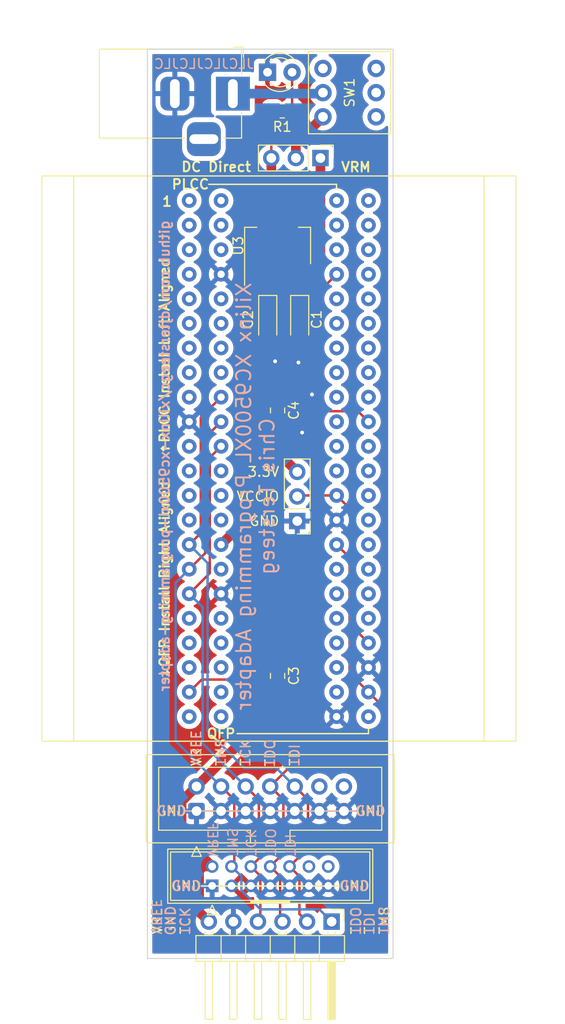
<source format=kicad_pcb>
(kicad_pcb (version 20211014) (generator pcbnew)
  (layers (0 "F.Cu" signal) (31 "B.Cu" signal) (34 "B.Paste" user) (35 "F.Paste" user) (36 "B.SilkS" user "B.Silkscreen") (37 "F.SilkS" user "F.Silkscreen") (38 "B.Mask" user) (39 "F.Mask" user) (44 "Edge.Cuts" user))
  (net 0 "")
  (net 1 "Net-(C1-Pad1)")
  (net 2 "GND")
  (net 3 "+3.3V")
  (net 4 "Net-(J1-Pad1)")
  (net 5 "/TMS")
  (net 6 "/TCK")
  (net 7 "/TDO")
  (net 8 "/TDI")
  (net 12 "/VCCIO")
  (net 82 "Net-(D1-Pad2)")
  (net 84 "Net-(JP1-Pad2)")
  (footprint "Capacitor_Tantalum_SMD:CP_EIA-3216-10_Kemet-I_Pad1.58x1.35mm_HandSolder" (layer "F.Cu") (at 140.208 83.82 -90)
    (fp_text reference "C1" (at 0 -1.75 90) (layer "F.SilkS"))
    (fp_text value "22uf 16V")
    (fp_line (start -2.485 0.935) (end 1.6 0.935) (layer "F.SilkS") (width 0.12))
    (fp_line (start -2.485 -0.935) (end -2.485 0.935) (layer "F.SilkS") (width 0.12))
    (fp_line (start 1.6 -0.935) (end -2.485 -0.935) (layer "F.SilkS") (width 0.12))
    (pad "1" smd roundrect (at -1.4375 0 270) (size 1.575 1.35) (layers "F.Cu" "F.Paste" "F.Mask") (roundrect_rratio 0.1851851852) (net 1 "Net-(C1-Pad1)"))
    (pad "2" smd roundrect (at 1.4375 0 270) (size 1.575 1.35) (layers "F.Cu" "F.Paste" "F.Mask") (roundrect_rratio 0.1851851852) (net 2 "GND"))
  )
  (footprint "Capacitor_SMD:C_0805_2012Metric_Pad1.18x1.45mm_HandSolder" (layer "F.Cu") (at 137.922 120.65 -90)
    (fp_text reference "C3" (at 0 -1.68 90) (layer "F.SilkS"))
    (fp_text value "0.1uf")
    (fp_line (start -0.261252 -0.735) (end 0.261252 -0.735) (layer "F.SilkS") (width 0.12))
    (fp_line (start -0.261252 0.735) (end 0.261252 0.735) (layer "F.SilkS") (width 0.12))
    (pad "1" smd roundrect (at -1.0375 0 270) (size 1.175 1.45) (layers "F.Cu" "F.Paste" "F.Mask") (roundrect_rratio 0.2127659574) (net 3 "+3.3V"))
    (pad "2" smd roundrect (at 1.0375 0 270) (size 1.175 1.45) (layers "F.Cu" "F.Paste" "F.Mask") (roundrect_rratio 0.2127659574) (net 2 "GND"))
  )
  (footprint "Connector_BarrelJack:BarrelJack_Horizontal" (layer "F.Cu") (at 133.2992 60.4774)
    (fp_text reference "J1" hide)
    (fp_text value "DC Input")
    (fp_line (start 1.1 -3.75) (end 1.1 -4.8) (layer "F.SilkS") (width 0.12))
    (fp_line (start 0.9 4.6) (end -1 4.6) (layer "F.SilkS") (width 0.12))
    (fp_line (start -5 4.6) (end -13.8 4.6) (layer "F.SilkS") (width 0.12))
    (fp_line (start 0.9 -4.6) (end 0.9 -2) (layer "F.SilkS") (width 0.12))
    (fp_line (start 0.05 -4.8) (end 1.1 -4.8) (layer "F.SilkS") (width 0.12))
    (fp_line (start -13.8 4.6) (end -13.8 -4.6) (layer "F.SilkS") (width 0.12))
    (fp_line (start -13.8 -4.6) (end 0.9 -4.6) (layer "F.SilkS") (width 0.12))
    (fp_line (start 0.9 1.9) (end 0.9 4.6) (layer "F.SilkS") (width 0.12))
    (pad "1" thru_hole rect (at 0 0) (size 3.5 3.5) (drill oval 1 3) (layers *.Cu *.Mask) (net 4 "Net-(J1-Pad1)"))
    (pad "2" thru_hole roundrect (at -6 0) (size 3 3.5) (drill oval 1 3) (layers *.Cu *.Mask) (net 2 "GND"))
    (pad "3" thru_hole roundrect (at -3 4.7) (size 3.5 3.5) (drill oval 3 1) (layers *.Cu *.Mask))
  )
  (footprint "Resistor_SMD:R_0805_2012Metric_Pad1.20x1.40mm_HandSolder" (layer "F.Cu") (at 138.4046 62.2554)
    (fp_text reference "R1" (at 0 1.651) (layer "F.SilkS"))
    (fp_text value "470R")
    (fp_line (start -0.227064 0.735) (end 0.227064 0.735) (layer "F.SilkS") (width 0.12))
    (fp_line (start -0.227064 -0.735) (end 0.227064 -0.735) (layer "F.SilkS") (width 0.12))
    (pad "1" smd roundrect (at -1 0) (size 1.2 1.4) (layers "F.Cu" "F.Paste" "F.Mask") (roundrect_rratio 0.2083333333) (net 3 "+3.3V"))
    (pad "2" smd roundrect (at 1 0) (size 1.2 1.4) (layers "F.Cu" "F.Paste" "F.Mask") (roundrect_rratio 0.2083333333) (net 82 "Net-(D1-Pad2)"))
  )
  (footprint "Connector_PinHeader_2.54mm:PinHeader_1x03_P2.54mm_Vertical" (layer "F.Cu") (at 142.352 67.1322 -90)
    (fp_text reference "JP1" hide)
    (fp_text value "VCC Source")
    (fp_line (start 1.33 1.27) (end 1.33 6.41) (layer "F.SilkS") (width 0.12))
    (fp_line (start -1.33 1.27) (end 1.33 1.27) (layer "F.SilkS") (width 0.12))
    (fp_line (start -1.33 6.41) (end 1.33 6.41) (layer "F.SilkS") (width 0.12))
    (fp_line (start -1.33 0) (end -1.33 -1.33) (layer "F.SilkS") (width 0.12))
    (fp_line (start -1.33 -1.33) (end 0 -1.33) (layer "F.SilkS") (width 0.12))
    (fp_line (start -1.33 1.27) (end -1.33 6.41) (layer "F.SilkS") (width 0.12))
    (pad "1" thru_hole rect (at 0 0 270) (size 1.7 1.7) (drill 1) (layers *.Cu *.Mask) (net 1 "Net-(C1-Pad1)"))
    (pad "2" thru_hole oval (at 0 2.54 270) (size 1.7 1.7) (drill 1) (layers *.Cu *.Mask) (net 84 "Net-(JP1-Pad2)"))
    (pad "3" thru_hole oval (at 0 5.08 270) (size 1.7 1.7) (drill 1) (layers *.Cu *.Mask) (net 3 "+3.3V"))
  )
  (footprint "Connector_PinHeader_2.54mm:PinHeader_1x03_P2.54mm_Vertical" (layer "F.Cu") (at 139.954 104.648 180)
    (fp_text reference "VCCIO" (at 1.778 2.54) (layer "F.SilkS") (effects (justify right)))
    (fp_text value "VCCIO")
    (fp_line (start -1.33 6.41) (end 1.33 6.41) (layer "F.SilkS") (width 0.12))
    (fp_line (start -1.33 1.27) (end 1.33 1.27) (layer "F.SilkS") (width 0.12))
    (fp_line (start -1.33 0) (end -1.33 -1.33) (layer "F.SilkS") (width 0.12))
    (fp_line (start -1.33 1.27) (end -1.33 6.41) (layer "F.SilkS") (width 0.12))
    (fp_line (start 1.33 1.27) (end 1.33 6.41) (layer "F.SilkS") (width 0.12))
    (fp_line (start -1.33 -1.33) (end 0 -1.33) (layer "F.SilkS") (width 0.12))
    (pad "1" thru_hole rect (at 0 0 180) (size 1.7 1.7) (drill 1) (layers *.Cu *.Mask) (net 2 "GND"))
    (pad "2" thru_hole oval (at 0 2.54 180) (size 1.7 1.7) (drill 1) (layers *.Cu *.Mask) (net 12 "/VCCIO"))
    (pad "3" thru_hole oval (at 0 5.08 180) (size 1.7 1.7) (drill 1) (layers *.Cu *.Mask) (net 3 "+3.3V"))
  )
  (footprint "Tersteeg:KFC8.5x8.5 DPDT Push Switch" (layer "F.Cu") (at 145.3642 60.3758)
    (fp_text reference "SW1" (at 0 0 90 unlocked) (layer "F.SilkS"))
    (fp_text value "SW_DPDT_x2")
    (fp_rect (start -4.25 -4.25) (end 4.25 4.25) (layer "F.SilkS") (width 0.12) (fill none))
    (pad "1" thru_hole circle (at -2.75 -2.5) (size 1.8 1.8) (drill 1) (layers *.Cu *.Mask))
    (pad "2" thru_hole circle (at -2.75 0) (size 1.8 1.8) (drill 1) (layers *.Cu *.Mask) (net 4 "Net-(J1-Pad1)"))
    (pad "3" thru_hole circle (at -2.75 2.5) (size 1.8 1.8) (drill 1) (layers *.Cu *.Mask) (net 84 "Net-(JP1-Pad2)"))
    (pad "4" thru_hole circle (at 2.75 -2.5) (size 1.8 1.8) (drill 1) (layers *.Cu *.Mask))
    (pad "5" thru_hole circle (at 2.75 0) (size 1.8 1.8) (drill 1) (layers *.Cu *.Mask))
    (pad "6" thru_hole circle (at 2.75 2.5) (size 1.8 1.8) (drill 1) (layers *.Cu *.Mask))
  )
  (footprint "Capacitor_Tantalum_SMD:CP_EIA-3216-10_Kemet-I_Pad1.58x1.35mm_HandSolder" (layer "F.Cu") (at 136.906 83.82 -90)
    (fp_text reference "C2" (at 0 2.032 90) (layer "F.SilkS"))
    (fp_text value "22uf 10V")
    (fp_line (start -2.485 -0.935) (end -2.485 0.935) (layer "F.SilkS") (width 0.12))
    (fp_line (start 1.6 -0.935) (end -2.485 -0.935) (layer "F.SilkS") (width 0.12))
    (fp_line (start -2.485 0.935) (end 1.6 0.935) (layer "F.SilkS") (width 0.12))
    (pad "1" smd roundrect (at -1.4375 0 270) (size 1.575 1.35) (layers "F.Cu" "F.Paste" "F.Mask") (roundrect_rratio 0.1851851852) (net 3 "+3.3V"))
    (pad "2" smd roundrect (at 1.4375 0 270) (size 1.575 1.35) (layers "F.Cu" "F.Paste" "F.Mask") (roundrect_rratio 0.1851851852) (net 2 "GND"))
  )
  (footprint "LED_THT:LED_D3.0mm" (layer "F.Cu") (at 136.8806 58.2676)
    (fp_text reference "D1" hide)
    (fp_text value "LED")
    (fp_line (start -0.29 -1.236) (end -0.29 -1.08) (layer "F.SilkS") (width 0.12))
    (fp_line (start -0.29 1.08) (end -0.29 1.236) (layer "F.SilkS") (width 0.12))
    (fp_arc (start 2.31113 1.079837) (mid 1.270117 1.5) (end 0.229039 1.08) (layer "F.SilkS") (width 0.12))
    (fp_arc (start 0.229039 -1.08) (mid 1.270117 -1.5) (end 2.31113 -1.079837) (layer "F.SilkS") (width 0.12))
    (fp_arc (start 2.942335 1.078608) (mid 1.366487 1.987659) (end -0.29 1.235516) (layer "F.SilkS") (width 0.12))
    (fp_arc (start -0.29 -1.235516) (mid 1.366487 -1.987659) (end 2.942335 -1.078608) (layer "F.SilkS") (width 0.12))
    (pad "1" thru_hole rect (at 0 0) (size 1.8 1.8) (drill 0.9) (layers *.Cu *.Mask) (net 2 "GND"))
    (pad "2" thru_hole circle (at 2.54 0) (size 1.8 1.8) (drill 0.9) (layers *.Cu *.Mask) (net 82 "Net-(D1-Pad2)"))
  )
  (footprint "Package_TO_SOT_SMD:SOT-223-3_TabPin2" (layer "F.Cu") (at 137.922 76.2 90)
    (fp_text reference "U3" (at 0 -4.064 270) (layer "F.SilkS"))
    (fp_text value "AMS1117-3.3")
    (fp_line (start 1.91 -3.41) (end 1.91 -2.15) (layer "F.SilkS") (width 0.12))
    (fp_line (start -4.1 -3.41) (end 1.91 -3.41) (layer "F.SilkS") (width 0.12))
    (fp_line (start 1.91 3.41) (end 1.91 2.15) (layer "F.SilkS") (width 0.12))
    (fp_line (start -1.85 3.41) (end 1.91 3.41) (layer "F.SilkS") (width 0.12))
    (pad "1" smd rect (at -3.15 -2.3 90) (size 2 1.5) (layers "F.Cu" "F.Paste" "F.Mask") (net 2 "GND"))
    (pad "2" smd rect (at -3.15 0 90) (size 2 1.5) (layers "F.Cu" "F.Paste" "F.Mask") (net 3 "+3.3V"))
    (pad "2" smd rect (at 3.15 0 90) (size 2 3.8) (layers "F.Cu" "F.Paste" "F.Mask") (net 3 "+3.3V"))
    (pad "3" smd rect (at -3.15 2.3 90) (size 2 1.5) (layers "F.Cu" "F.Paste" "F.Mask") (net 1 "Net-(C1-Pad1)"))
  )
  (footprint "Tersteeg:IDC-Header_2x07_P2.00mm_Vertical" (layer "F.Cu") (at 137.16 141.351 90)
    (fp_text reference "J4" hide)
    (fp_text value "2.00mm")
    (fp_line (start -4 -6.5) (end -4 -5.5) (layer "F.SilkS") (width 0.12))
    (fp_line (start -4 -5.5) (end -3 -6) (layer "F.SilkS") (width 0.12))
    (fp_line (start -3 -6) (end -4 -6.5) (layer "F.SilkS") (width 0.12))
    (fp_rect (start -2.8 -2) (end -2.5 2) (layer "F.SilkS") (width 0.12) (fill solid))
    (fp_rect (start -2.5 -10.3) (end 2.5 10.3) (layer "F.SilkS") (width 0.12) (fill none))
    (fp_rect (start -2.8 -10.6) (end 2.8 10.6) (layer "F.SilkS") (width 0.12) (fill none))
    (pad "1" thru_hole rect (at -1 -6 90) (size 1.308 1.308) (drill 0.8) (layers *.Cu *.Mask) (net 2 "GND"))
    (pad "2" thru_hole circle (at 1 -6 90) (size 1.308 1.308) (drill 0.8) (layers *.Cu *.Mask) (net 3 "+3.3V"))
    (pad "3" thru_hole circle (at -1 -4 90) (size 1.308 1.308) (drill 0.8) (layers *.Cu *.Mask) (net 2 "GND"))
    (pad "4" thru_hole circle (at 1 -4 90) (size 1.308 1.308) (drill 0.8) (layers *.Cu *.Mask) (net 5 "/TMS"))
    (pad "5" thru_hole circle (at -1 -2 90) (size 1.308 1.308) (drill 0.8) (layers *.Cu *.Mask) (net 2 "GND"))
    (pad "6" thru_hole circle (at 1 -2 90) (size 1.308 1.308) (drill 0.8) (layers *.Cu *.Mask) (net 6 "/TCK"))
    (pad "7" thru_hole circle (at -1 0 90) (size 1.308 1.308) (drill 0.8) (layers *.Cu *.Mask) (net 2 "GND"))
    (pad "8" thru_hole circle (at 1 0 90) (size 1.308 1.308) (drill 0.8) (layers *.Cu *.Mask) (net 7 "/TDO"))
    (pad "9" thru_hole circle (at -1 2 90) (size 1.308 1.308) (drill 0.8) (layers *.Cu *.Mask) (net 2 "GND"))
    (pad "10" thru_hole circle (at 1 2 90) (size 1.308 1.308) (drill 0.8) (layers *.Cu *.Mask) (net 8 "/TDI"))
    (pad "11" thru_hole circle (at -1 4 90) (size 1.308 1.308) (drill 0.8) (layers *.Cu *.Mask) (net 2 "GND"))
    (pad "12" thru_hole circle (at 1 4 90) (size 1.308 1.308) (drill 0.8) (layers *.Cu *.Mask))
    (pad "13" thru_hole circle (at -1 6 90) (size 1.308 1.308) (drill 0.8) (layers *.Cu *.Mask) (net 2 "GND"))
    (pad "14" thru_hole circle (at 1 6 90) (size 1.308 1.308) (drill 0.8) (layers *.Cu *.Mask))
  )
  (footprint "Capacitor_SMD:C_0805_2012Metric_Pad1.18x1.45mm_HandSolder" (layer "F.Cu") (at 137.922 93.218 -90)
    (fp_text reference "C4" (at 0 -1.68 -90) (layer "F.SilkS"))
    (fp_text value "0.1uf")
    (fp_line (start -0.261252 -0.735) (end 0.261252 -0.735) (layer "F.SilkS") (width 0.12))
    (fp_line (start -0.261252 0.735) (end 0.261252 0.735) (layer "F.SilkS") (width 0.12))
    (pad "1" smd roundrect (at -1.0375 0 270) (size 1.175 1.45) (layers "F.Cu" "F.Paste" "F.Mask") (roundrect_rratio 0.2127659574) (net 3 "+3.3V"))
    (pad "2" smd roundrect (at 1.0375 0 270) (size 1.175 1.45) (layers "F.Cu" "F.Paste" "F.Mask") (roundrect_rratio 0.2127659574) (net 2 "GND"))
  )
  (footprint "Connector_IDC:IDC-Header_2x07_P2.54mm_Vertical" (layer "F.Cu") (at 129.54 134.62 90)
    (fp_text reference "J2" hide)
    (fp_text value "2.54mm")
    (fp_line (start 5.83 20.45) (end -3.29 20.45) (layer "F.SilkS") (width 0.12))
    (fp_line (start -3.29 20.45) (end -3.29 -5.21) (layer "F.SilkS") (width 0.12))
    (fp_line (start 4.52 -3.91) (end 4.52 19.15) (layer "F.SilkS") (width 0.12))
    (fp_line (start -3.29 5.57) (end -1.98 5.57) (layer "F.SilkS") (width 0.12))
    (fp_line (start -1.98 19.15) (end -1.98 9.67) (layer "F.SilkS") (width 0.12))
    (fp_line (start 5.83 -5.21) (end 5.83 20.45) (layer "F.SilkS") (width 0.12))
    (fp_line (start -4.68 -0.5) (end -4.68 0.5) (layer "F.SilkS") (width 0.12))
    (fp_line (start -3.29 -5.21) (end 5.83 -5.21) (layer "F.SilkS") (width 0.12))
    (fp_line (start -1.98 5.57) (end -1.98 -3.91) (layer "F.SilkS") (width 0.12))
    (fp_line (start -1.98 9.67) (end -1.98 9.67) (layer "F.SilkS") (width 0.12))
    (fp_line (start -1.98 9.67) (end -3.29 9.67) (layer "F.SilkS") (width 0.12))
    (fp_line (start 4.52 19.15) (end -1.98 19.15) (layer "F.SilkS") (width 0.12))
    (fp_line (start -3.68 0) (end -4.68 -0.5) (layer "F.SilkS") (width 0.12))
    (fp_line (start -4.68 0.5) (end -3.68 0) (layer "F.SilkS") (width 0.12))
    (fp_line (start -1.98 -3.91) (end 4.52 -3.91) (layer "F.SilkS") (width 0.12))
    (pad "1" thru_hole roundrect (at 0 0 90) (size 1.7 1.7) (drill 1) (layers *.Cu *.Mask) (roundrect_rratio 0.1470588235) (net 2 "GND"))
    (pad "2" thru_hole circle (at 2.54 0 90) (size 1.7 1.7) (drill 1) (layers *.Cu *.Mask) (net 3 "+3.3V"))
    (pad "3" thru_hole circle (at 0 2.54 90) (size 1.7 1.7) (drill 1) (layers *.Cu *.Mask) (net 2 "GND"))
    (pad "4" thru_hole circle (at 2.54 2.54 90) (size 1.7 1.7) (drill 1) (layers *.Cu *.Mask) (net 5 "/TMS"))
    (pad "5" thru_hole circle (at 0 5.08 90) (size 1.7 1.7) (drill 1) (layers *.Cu *.Mask) (net 2 "GND"))
    (pad "6" thru_hole circle (at 2.54 5.08 90) (size 1.7 1.7) (drill 1) (layers *.Cu *.Mask) (net 6 "/TCK"))
    (pad "7" thru_hole circle (at 0 7.62 90) (size 1.7 1.7) (drill 1) (layers *.Cu *.Mask) (net 2 "GND"))
    (pad "8" thru_hole circle (at 2.54 7.62 90) (size 1.7 1.7) (drill 1) (layers *.Cu *.Mask) (net 7 "/TDO"))
    (pad "9" thru_hole circle (at 0 10.16 90) (size 1.7 1.7) (drill 1) (layers *.Cu *.Mask) (net 2 "GND"))
    (pad "10" thru_hole circle (at 2.54 10.16 90) (size 1.7 1.7) (drill 1) (layers *.Cu *.Mask) (net 8 "/TDI"))
    (pad "11" thru_hole circle (at 0 12.7 90) (size 1.7 1.7) (drill 1) (layers *.Cu *.Mask) (net 2 "GND"))
    (pad "12" thru_hole circle (at 2.54 12.7 90) (size 1.7 1.7) (drill 1) (layers *.Cu *.Mask))
    (pad "13" thru_hole circle (at 0 15.24 90) (size 1.7 1.7) (drill 1) (layers *.Cu *.Mask) (net 2 "GND"))
    (pad "14" thru_hole circle (at 2.54 15.24 90) (size 1.7 1.7) (drill 1) (layers *.Cu *.Mask))
  )
  (footprint "Connector_PinHeader_2.54mm:PinHeader_1x06_P2.54mm_Horizontal" (layer "F.Cu") (at 143.51 146.05 -90)
    (fp_text reference "J3" hide)
    (fp_text value "Conn_01x06")
    (fp_line (start 1.11 -0.38) (end 1.44 -0.38) (layer "F.SilkS") (width 0.12))
    (fp_line (start 4.1 12.32) (end 10.1 12.32) (layer "F.SilkS") (width 0.12))
    (fp_line (start 10.1 2.92) (end 4.1 2.92) (layer "F.SilkS") (width 0.12))
    (fp_line (start 4.1 0.04) (end 10.1 0.04) (layer "F.SilkS") (width 0.12))
    (fp_line (start 4.1 0.28) (end 10.1 0.28) (layer "F.SilkS") (width 0.12))
    (fp_line (start 10.1 4.7) (end 10.1 5.46) (layer "F.SilkS") (width 0.12))
    (fp_line (start 4.1 -0.2) (end 10.1 -0.2) (layer "F.SilkS") (width 0.12))
    (fp_line (start 1.042929 8) (end 1.44 8) (layer "F.SilkS") (width 0.12))
    (fp_line (start 1.042929 7.24) (end 1.44 7.24) (layer "F.SilkS") (width 0.12))
    (fp_line (start 1.44 1.27) (end 4.1 1.27) (layer "F.SilkS") (width 0.12))
    (fp_line (start 10.1 9.78) (end 10.1 10.54) (layer "F.SilkS") (width 0.12))
    (fp_line (start 1.042929 5.46) (end 1.44 5.46) (layer "F.SilkS") (width 0.12))
    (fp_line (start 10.1 0.38) (end 4.1 0.38) (layer "F.SilkS") (width 0.12))
    (fp_line (start 1.042929 2.92) (end 1.44 2.92) (layer "F.SilkS") (width 0.12))
    (fp_line (start 4.1 -1.33) (end 1.44 -1.33) (layer "F.SilkS") (width 0.12))
    (fp_line (start 4.1 14.03) (end 4.1 -1.33) (layer "F.SilkS") (width 0.12))
    (fp_line (start 10.1 13.08) (end 4.1 13.08) (layer "F.SilkS") (width 0.12))
    (fp_line (start 4.1 -0.32) (end 10.1 -0.32) (layer "F.SilkS") (width 0.12))
    (fp_line (start 10.1 12.32) (end 10.1 13.08) (layer "F.SilkS") (width 0.12))
    (fp_line (start 4.1 -0.08) (end 10.1 -0.08) (layer "F.SilkS") (width 0.12))
    (fp_line (start 4.1 4.7) (end 10.1 4.7) (layer "F.SilkS") (width 0.12))
    (fp_line (start 10.1 -0.38) (end 10.1 0.38) (layer "F.SilkS") (width 0.12))
    (fp_line (start -1.27 -1.27) (end 0 -1.27) (layer "F.SilkS") (width 0.12))
    (fp_line (start 1.042929 4.7) (end 1.44 4.7) (layer "F.SilkS") (width 0.12))
    (fp_line (start 1.44 -1.33) (end 1.44 14.03) (layer "F.SilkS") (width 0.12))
    (fp_line (start -1.27 0) (end -1.27 -1.27) (layer "F.SilkS") (width 0.12))
    (fp_line (start 10.1 7.24) (end 10.1 8) (layer "F.SilkS") (width 0.12))
    (fp_line (start 1.042929 13.08) (end 1.44 13.08) (layer "F.SilkS") (width 0.12))
    (fp_line (start 1.44 11.43) (end 4.1 11.43) (layer "F.SilkS") (width 0.12))
    (fp_line (start 1.042929 12.32) (end 1.44 12.32) (layer "F.SilkS") (width 0.12))
    (fp_line (start 4.1 9.78) (end 10.1 9.78) (layer "F.SilkS") (width 0.12))
    (fp_line (start 1.44 14.03) (end 4.1 14.03) (layer "F.SilkS") (width 0.12))
    (fp_line (start 10.1 8) (end 4.1 8) (layer "F.SilkS") (width 0.12))
    (fp_line (start 1.44 6.35) (end 4.1 6.35) (layer "F.SilkS") (width 0.12))
    (fp_line (start 10.1 10.54) (end 4.1 10.54) (layer "F.SilkS") (width 0.12))
    (fp_line (start 10.1 5.46) (end 4.1 5.46) (layer "F.SilkS") (width 0.12))
    (fp_line (start 1.44 8.89) (end 4.1 8.89) (layer "F.SilkS") (width 0.12))
    (fp_line (start 1.042929 10.54) (end 1.44 10.54) (layer "F.SilkS") (width 0.12))
    (fp_line (start 1.44 3.81) (end 4.1 3.81) (layer "F.SilkS") (width 0.12))
    (fp_line (start 4.1 -0.38) (end 10.1 -0.38) (layer "F.SilkS") (width 0.12))
    (fp_line (start 10.1 2.16) (end 10.1 2.92) (layer "F.SilkS") (width 0.12))
    (fp_line (start 4.1 2.16) (end 10.1 2.16) (layer "F.SilkS") (width 0.12))
    (fp_line (start 4.1 7.24) (end 10.1 7.24) (layer "F.SilkS") (width 0.12))
    (fp_line (start 1.11 0.38) (end 1.44 0.38) (layer "F.SilkS") (width 0.12))
    (fp_line (start 1.042929 9.78) (end 1.44 9.78) (layer "F.SilkS") (width 0.12))
    (fp_line (start 1.042929 2.16) (end 1.44 2.16) (layer "F.SilkS") (width 0.12))
    (fp_line (start 4.1 0.16) (end 10.1 0.16) (layer "F.SilkS") (width 0.12))
    (pad "1" thru_hole rect (at 0 0 270) (size 1.7 1.7) (drill 1) (layers *.Cu *.Mask) (net 5 "/TMS"))
    (pad "2" thru_hole oval (at 0 2.54 270) (size 1.7 1.7) (drill 1) (layers *.Cu *.Mask) (net 8 "/TDI"))
    (pad "3" thru_hole oval (at 0 5.08 270) (size 1.7 1.7) (drill 1) (layers *.Cu *.Mask) (net 7 "/TDO"))
    (pad "4" thru_hole oval (at 0 7.62 270) (size 1.7 1.7) (drill 1) (layers *.Cu *.Mask) (net 6 "/TCK"))
    (pad "5" thru_hole oval (at 0 10.16 270) (size 1.7 1.7) (drill 1) (layers *.Cu *.Mask) (net 2 "GND"))
    (pad "6" thru_hole oval (at 0 12.7 270) (size 1.7 1.7) (drill 1) (layers *.Cu *.Mask) (net 3 "+3.3V"))
  )
  (footprint "Tersteeg:PLCC44-QFP44 to DIP44" (layer "F.Cu") (at 136.405 99.465)
    (fp_text reference "U2" hide)
    (fp_text value "XC9572XL-10PC44C")
    (fp_rect (start -22.86 -30.48) (end 22.86 27.94) (layer "F.SilkS") (width 0.12) (fill none))
    (pad "1" thru_hole circle (at -7.62 -27.94) (size 1.524 1.524) (drill 0.762) (layers *.Cu *.Mask))
    (pad "2" thru_hole circle (at -7.62 -25.4) (size 1.524 1.524) (drill 0.762) (layers *.Cu *.Mask))
    (pad "3" thru_hole circle (at -7.62 -22.86) (size 1.524 1.524) (drill 0.762) (layers *.Cu *.Mask))
    (pad "4" thru_hole circle (at -7.62 -20.32) (size 1.524 1.524) (drill 0.762) (layers *.Cu *.Mask))
    (pad "5" thru_hole circle (at -7.62 -17.78) (size 1.524 1.524) (drill 0.762) (layers *.Cu *.Mask))
    (pad "6" thru_hole circle (at -7.62 -15.24) (size 1.524 1.524) (drill 0.762) (layers *.Cu *.Mask))
    (pad "7" thru_hole circle (at -7.62 -12.7) (size 1.524 1.524) (drill 0.762) (layers *.Cu *.Mask))
    (pad "8" thru_hole circle (at -7.62 -10.16) (size 1.524 1.524) (drill 0.762) (layers *.Cu *.Mask))
    (pad "9" thru_hole circle (at -7.62 -7.62) (size 1.524 1.524) (drill 0.762) (layers *.Cu *.Mask))
    (pad "10" thru_hole circle (at -7.62 -5.08) (size 1.524 1.524) (drill 0.762) (layers *.Cu *.Mask) (net 2 "GND"))
    (pad "11" thru_hole circle (at -7.62 -2.54) (size 1.524 1.524) (drill 0.762) (layers *.Cu *.Mask))
    (pad "12" thru_hole circle (at -7.62 0) (size 1.524 1.524) (drill 0.762) (layers *.Cu *.Mask))
    (pad "13" thru_hole circle (at -7.62 2.54) (size 1.524 1.524) (drill 0.762) (layers *.Cu *.Mask))
    (pad "14" thru_hole circle (at -7.62 5.08) (size 1.524 1.524) (drill 0.762) (layers *.Cu *.Mask))
    (pad "15" thru_hole circle (at -7.62 7.62) (size 1.524 1.524) (drill 0.762) (layers *.Cu *.Mask) (net 8 "/TDI"))
    (pad "16" thru_hole circle (at -7.62 10.16) (size 1.524 1.524) (drill 0.762) (layers *.Cu *.Mask) (net 5 "/TMS"))
    (pad "17" thru_hole circle (at -7.62 12.7) (size 1.524 1.524) (drill 0.762) (layers *.Cu *.Mask) (net 6 "/TCK"))
    (pad "18" thru_hole circle (at -7.62 15.24) (size 1.524 1.524) (drill 0.762) (layers *.Cu *.Mask))
    (pad "19" thru_hole circle (at -7.62 17.78) (size 1.524 1.524) (drill 0.762) (layers *.Cu *.Mask))
    (pad "20" thru_hole circle (at -7.62 20.32) (size 1.524 1.524) (drill 0.762) (layers *.Cu *.Mask))
    (pad "21" thru_hole circle (at -7.62 22.86) (size 1.524 1.524) (drill 0.762) (layers *.Cu *.Mask) (net 3 "+3.3V"))
    (pad "22" thru_hole circle (at -7.62 25.4) (size 1.524 1.524) (drill 0.762) (layers *.Cu *.Mask))
    (pad "23" thru_hole circle (at 7.62 25.4) (size 1.524 1.524) (drill 0.762) (layers *.Cu *.Mask) (net 2 "GND"))
    (pad "24" thru_hole circle (at 7.62 22.86) (size 1.524 1.524) (drill 0.762) (layers *.Cu *.Mask))
    (pad "25" thru_hole circle (at 7.62 20.32) (size 1.524 1.524) (drill 0.762) (layers *.Cu *.Mask))
    (pad "26" thru_hole circle (at 7.62 17.78) (size 1.524 1.524) (drill 0.762) (layers *.Cu *.Mask))
    (pad "27" thru_hole circle (at 7.62 15.24) (size 1.524 1.524) (drill 0.762) (layers *.Cu *.Mask))
    (pad "28" thru_hole circle (at 7.62 12.7) (size 1.524 1.524) (drill 0.762) (layers *.Cu *.Mask))
    (pad "29" thru_hole circle (at 7.62 10.16) (size 1.524 1.524) (drill 0.762) (layers *.Cu *.Mask))
    (pad "30" thru_hole circle (at 7.62 7.62) (size 1.524 1.524) (drill 0.762) (layers *.Cu *.Mask) (net 7 "/TDO"))
    (pad "31" thru_hole circle (at 7.62 5.08) (size 1.524 1.524) (drill 0.762) (layers *.Cu *.Mask) (net 2 "GND"))
    (pad "32" thru_hole circle (at 7.62 2.54) (size 1.524 1.524) (drill 0.762) (layers *.Cu *.Mask) (net 12 "/VCCIO"))
    (pad "33" thru_hole circle (at 7.62 0) (size 1.524 1.524) (drill 0.762) (layers *.Cu *.Mask))
    (pad "34" thru_hole circle (at 7.62 -2.54) (size 1.524 1.524) (drill 0.762) (layers *.Cu *.Mask))
    (pad "35" thru_hole circle (at 7.62 -5.08) (size 1.524 1.524) (drill 0.762) (layers *.Cu *.Mask))
    (pad "36" thru_hole circle (at 7.62 -7.62) (size 1.524 1.524) (drill 0.762) (layers *.Cu *.Mask))
    (pad "37" thru_hole circle (at 7.62 -10.16) (size 1.524 1.524) (drill 0.762) (layers *.Cu *.Mask))
    (pad "38" thru_hole circle (at 7.62 -12.7) (size 1.524 1.524) (drill 0.762) (layers *.Cu *.Mask))
    (pad "39" thru_hole circle (at 7.62 -15.24) (size 1.524 1.524) (drill 0.762) (layers *.Cu *.Mask))
    (pad "40" thru_hole circle (at 7.62 -17.78) (size 1.524 1.524) (drill 0.762) (layers *.Cu *.Mask))
    (pad "41" thru_hole circle (at 7.62 -20.32) (size 1.524 1.524) (drill 0.762) (layers *.Cu *.Mask) (net 3 "+3.3V"))
    (pad "42" thru_hole circle (at 7.62 -22.86) (size 1.524 1.524) (drill 0.762) (layers *.Cu *.Mask))
    (pad "43" thru_hole circle (at 7.62 -25.4) (size 1.524 1.524) (drill 0.762) (layers *.Cu *.Mask))
    (pad "44" thru_hole circle (at 7.62 -27.94) (size 1.524 1.524) (drill 0.762) (layers *.Cu *.Mask))
  )
  (footprint "Tersteeg:PLCC44-QFP44 to DIP44" (layer "F.Cu") (at 139.7 99.465)
    (fp_text reference "U1" hide)
    (fp_text value "XC9572XL-10VQG44C")
    (fp_rect (start -22.86 -30.48) (end 22.86 27.94) (layer "F.SilkS") (width 0.12) (fill none))
    (pad "1" thru_hole circle (at -7.62 -27.94) (size 1.524 1.524) (drill 0.762) (layers *.Cu *.Mask))
    (pad "2" thru_hole circle (at -7.62 -25.4) (size 1.524 1.524) (drill 0.762) (layers *.Cu *.Mask))
    (pad "3" thru_hole circle (at -7.62 -22.86) (size 1.524 1.524) (drill 0.762) (layers *.Cu *.Mask))
    (pad "4" thru_hole circle (at -7.62 -20.32) (size 1.524 1.524) (drill 0.762) (layers *.Cu *.Mask) (net 2 "GND"))
    (pad "5" thru_hole circle (at -7.62 -17.78) (size 1.524 1.524) (drill 0.762) (layers *.Cu *.Mask))
    (pad "6" thru_hole circle (at -7.62 -15.24) (size 1.524 1.524) (drill 0.762) (layers *.Cu *.Mask))
    (pad "7" thru_hole circle (at -7.62 -12.7) (size 1.524 1.524) (drill 0.762) (layers *.Cu *.Mask))
    (pad "8" thru_hole circle (at -7.62 -10.16) (size 1.524 1.524) (drill 0.762) (layers *.Cu *.Mask))
    (pad "9" thru_hole circle (at -7.62 -7.62) (size 1.524 1.524) (drill 0.762) (layers *.Cu *.Mask) (net 8 "/TDI"))
    (pad "10" thru_hole circle (at -7.62 -5.08) (size 1.524 1.524) (drill 0.762) (layers *.Cu *.Mask) (net 5 "/TMS"))
    (pad "11" thru_hole circle (at -7.62 -2.54) (size 1.524 1.524) (drill 0.762) (layers *.Cu *.Mask) (net 6 "/TCK"))
    (pad "12" thru_hole circle (at -7.62 0) (size 1.524 1.524) (drill 0.762) (layers *.Cu *.Mask))
    (pad "13" thru_hole circle (at -7.62 2.54) (size 1.524 1.524) (drill 0.762) (layers *.Cu *.Mask))
    (pad "14" thru_hole circle (at -7.62 5.08) (size 1.524 1.524) (drill 0.762) (layers *.Cu *.Mask))
    (pad "15" thru_hole circle (at -7.62 7.62) (size 1.524 1.524) (drill 0.762) (layers *.Cu *.Mask) (net 3 "+3.3V"))
    (pad "16" thru_hole circle (at -7.62 10.16) (size 1.524 1.524) (drill 0.762) (layers *.Cu *.Mask))
    (pad "17" thru_hole circle (at -7.62 12.7) (size 1.524 1.524) (drill 0.762) (layers *.Cu *.Mask) (net 2 "GND"))
    (pad "18" thru_hole circle (at -7.62 15.24) (size 1.524 1.524) (drill 0.762) (layers *.Cu *.Mask))
    (pad "19" thru_hole circle (at -7.62 17.78) (size 1.524 1.524) (drill 0.762) (layers *.Cu *.Mask))
    (pad "20" thru_hole circle (at -7.62 20.32) (size 1.524 1.524) (drill 0.762) (layers *.Cu *.Mask))
    (pad "21" thru_hole circle (at -7.62 22.86) (size 1.524 1.524) (drill 0.762) (layers *.Cu *.Mask))
    (pad "22" thru_hole circle (at -7.62 25.4) (size 1.524 1.524) (drill 0.762) (layers *.Cu *.Mask))
    (pad "23" thru_hole circle (at 7.62 25.4) (size 1.524 1.524) (drill 0.762) (layers *.Cu *.Mask))
    (pad "24" thru_hole circle (at 7.62 22.86) (size 1.524 1.524) (drill 0.762) (layers *.Cu *.Mask) (net 7 "/TDO"))
    (pad "25" thru_hole circle (at 7.62 20.32) (size 1.524 1.524) (drill 0.762) (layers *.Cu *.Mask) (net 2 "GND"))
    (pad "26" thru_hole circle (at 7.62 17.78) (size 1.524 1.524) (drill 0.762) (layers *.Cu *.Mask) (net 12 "/VCCIO"))
    (pad "27" thru_hole circle (at 7.62 15.24) (size 1.524 1.524) (drill 0.762) (layers *.Cu *.Mask))
    (pad "28" thru_hole circle (at 7.62 12.7) (size 1.524 1.524) (drill 0.762) (layers *.Cu *.Mask))
    (pad "29" thru_hole circle (at 7.62 10.16) (size 1.524 1.524) (drill 0.762) (layers *.Cu *.Mask))
    (pad "30" thru_hole circle (at 7.62 7.62) (size 1.524 1.524) (drill 0.762) (layers *.Cu *.Mask))
    (pad "31" thru_hole circle (at 7.62 5.08) (size 1.524 1.524) (drill 0.762) (layers *.Cu *.Mask))
    (pad "32" thru_hole circle (at 7.62 2.54) (size 1.524 1.524) (drill 0.762) (layers *.Cu *.Mask))
    (pad "33" thru_hole circle (at 7.62 0) (size 1.524 1.524) (drill 0.762) (layers *.Cu *.Mask))
    (pad "34" thru_hole circle (at 7.62 -2.54) (size 1.524 1.524) (drill 0.762) (layers *.Cu *.Mask))
    (pad "35" thru_hole circle (at 7.62 -5.08) (size 1.524 1.524) (drill 0.762) (layers *.Cu *.Mask) (net 3 "+3.3V"))
    (pad "36" thru_hole circle (at 7.62 -7.62) (size 1.524 1.524) (drill 0.762) (layers *.Cu *.Mask))
    (pad "37" thru_hole circle (at 7.62 -10.16) (size 1.524 1.524) (drill 0.762) (layers *.Cu *.Mask))
    (pad "38" thru_hole circle (at 7.62 -12.7) (size 1.524 1.524) (drill 0.762) (layers *.Cu *.Mask))
    (pad "39" thru_hole circle (at 7.62 -15.24) (size 1.524 1.524) (drill 0.762) (layers *.Cu *.Mask))
    (pad "40" thru_hole circle (at 7.62 -17.78) (size 1.524 1.524) (drill 0.762) (layers *.Cu *.Mask))
    (pad "41" thru_hole circle (at 7.62 -20.32) (size 1.524 1.524) (drill 0.762) (layers *.Cu *.Mask))
    (pad "42" thru_hole circle (at 7.62 -22.86) (size 1.524 1.524) (drill 0.762) (layers *.Cu *.Mask))
    (pad "43" thru_hole circle (at 7.62 -25.4) (size 1.524 1.524) (drill 0.762) (layers *.Cu *.Mask))
    (pad "44" thru_hole circle (at 7.62 -27.94) (size 1.524 1.524) (drill 0.762) (layers *.Cu *.Mask))
  )
  (gr_line (start 128.397 134.62) (end 146.05 134.62) (layer "B.SilkS") (width 0.15))
  (gr_line (start 128.397 134.62) (end 146.05 134.62) (layer "F.SilkS") (width 0.15))
  (gr_line (start 133.731 126.619) (end 147.32 126.619) (layer "F.SilkS") (width 0.15))
  (gr_line (start 147.32 126.619) (end 147.32 125.984) (layer "F.SilkS") (width 0.15))
  (gr_line (start 144.018 69.85) (end 144.018 70.358) (layer "F.SilkS") (width 0.15))
  (gr_line (start 130.048 142.367) (end 144.272 142.367) (layer "F.SilkS") (width 0.15))
  (gr_line (start 130.81 69.85) (end 144.018 69.85) (layer "F.SilkS") (width 0.15))
  (gr_rect (start 124.46 55.88) (end 149.86 149.86) (layer "Edge.Cuts") (width 0.1) (fill none))
  (gr_text "TCK" (at 134.493 130.048 270) (layer "B.SilkS") (effects (font (size 1 1)) (justify left mirror)))
  (gr_text "TMS" (at 131.953 130.048 270) (layer "B.SilkS") (effects (font (size 1 1)) (justify left mirror)))
  (gr_text "VREF" (at 129.413 130.048 270) (layer "B.SilkS") (effects (font (size 1 1)) (justify left mirror)))
  (gr_text "JLCJLCJLCJLC" (at 130.302 57.404) (layer "B.SilkS") (effects (font (size 1 1)) (justify mirror)))
  (gr_text "TCK" (at 128.27 147.447 270) (layer "B.SilkS") (effects (font (size 1 1)) (justify left mirror)))
  (gr_text "VREF" (at 131.191 139.446 270) (layer "B.SilkS") (effects (font (size 1 1)) (justify left mirror)))
  (gr_text "TCK" (at 135.128 139.319 270) (layer "B.SilkS") (effects (font (size 1 1)) (justify left mirror)))
  (gr_text "TDO" (at 137.16 139.319 270) (layer "B.SilkS") (effects (font (size 1 1)) (justify left mirror)))
  (gr_text "GND" (at 130.048 142.367) (layer "B.SilkS") (effects (font (size 1 1)) (justify left mirror)))
  (gr_text "GND" (at 128.524 134.62) (layer "B.SilkS") (effects (font (size 1 1)) (justify left mirror)))
  (gr_text "TDO" (at 137.033 130.1 270) (layer "B.SilkS") (effects (font (size 1 1)) (justify left mirror)))
  (gr_text "Xilinx XC9500XL Programming Adapter\nChris Tersteeg" (at 135.636 102.108 90) (layer "B.SilkS") (effects (font (size 1.5 1.5) (thickness 0.2)) (justify mirror)))
  (gr_text "TDI" (at 139.573 130.048 270) (layer "B.SilkS") (effects (font (size 1 1)) (justify left mirror)))
  (gr_text "VREF" (at 125.349 147.447 270) (layer "B.SilkS") (effects (font (size 1 1)) (justify left mirror)))
  (gr_text "TMS" (at 133.223 139.319 270) (layer "B.SilkS") (effects (font (size 1 1)) (justify left mirror)))
  (gr_text "GND" (at 147.447 142.367) (layer "B.SilkS") (effects (font (size 1 1)) (justify left mirror)))
  (gr_text "github.com/djtersteegc/xilinx-xc9500xl-programming-adapter" (at 126.238 97.917 90) (layer "B.SilkS") (effects (font (size 1 1) (thickness 0.2)) (justify mirror)))
  (gr_text "TDO" (at 145.923 147.447 270) (layer "B.SilkS") (effects (font (size 1 1)) (justify left mirror)))
  (gr_text "GND" (at 149.098 134.62) (layer "B.SilkS") (effects (font (size 1 1)) (justify left mirror)))
  (gr_text "GND" (at 126.746 147.574 270) (layer "B.SilkS") (effects (font (size 1 1)) (justify left mirror)))
  (gr_text "TDI" (at 139.192 139.319 270) (layer "B.SilkS") (effects (font (size 1 1)) (justify left mirror)))
  (gr_text "TDI" (at 147.32 147.447 270) (layer "B.SilkS") (effects (font (size 1 1)) (justify left mirror)))
  (gr_text "TMS" (at 148.844 147.447 270) (layer "B.SilkS") (effects (font (size 1 1)) (justify left mirror)))
  (gr_text "PLCC" (at 128.905 69.85) (layer "F.SilkS") (effects (font (size 1 1) (thickness 0.2))))
  (gr_text "TDO" (at 137.16 130.1 90) (layer "F.SilkS") (effects (font (size 1 1)) (justify left)))
  (gr_text "GND" (at 144.272 142.367) (layer "F.SilkS") (effects (font (size 1 1)) (justify left)))
  (gr_text "3.3V" (at 138.176 99.568) (layer "F.SilkS") (effects (font (size 1 1)) (justify right)))
  (gr_text "VREF" (at 125.476 147.447 90) (layer "F.SilkS") (effects (font (size 1 1)) (justify left)))
  (gr_text "TDI" (at 139.7 130.048 90) (layer "F.SilkS") (effects (font (size 1 1)) (justify left)))
  (gr_text "GND" (at 138.176 104.648) (layer "F.SilkS") (effects (font (size 1 1)) (justify right)))
  (gr_text "↑PLCC Install Left Aligned" (at 126.238 87.63 90) (layer "F.SilkS") (effects (font (size 1 1) (thickness 0.2))))
  (gr_text "GND" (at 126.873 147.574 90) (layer "F.SilkS") (effects (font (size 1 1)) (justify left)))
  (gr_text "VRM" (at 146.0246 68.072) (layer "F.SilkS") (effects (font (size 1 1) (thickness 0.2))))
  (gr_text "1" (at 126.492 71.628) (layer "F.SilkS") (effects (font (size 1 1) (thickness 0.2))))
  (gr_text "QFP" (at 132.08 126.619) (layer "F.SilkS") (effects (font (size 1 1) (thickness 0.2))))
  (gr_text "DC Direct" (at 131.572 68.0466) (layer "F.SilkS") (effects (font (size 1 1) (thickness 0.2))))
  (gr_text "TDO" (at 146.05 147.447 90) (layer "F.SilkS") (effects (font (size 1 1)) (justify left)))
  (gr_text "TDI" (at 147.447 147.447 90) (layer "F.SilkS") (effects (font (size 1 1)) (justify left)))
  (gr_text "TCK" (at 128.397 147.447 90) (layer "F.SilkS") (effects (font (size 1 1)) (justify left)))
  (gr_text "GND" (at 145.923 134.62) (layer "F.SilkS") (effects (font (size 1 1)) (justify left)))
  (gr_text "TMS" (at 132.08 130.048 90) (layer "F.SilkS") (effects (font (size 1 1)) (justify left)))
  (gr_text "GND" (at 125.349 134.62) (layer "F.SilkS") (effects (font (size 1 1)) (justify left)))
  (gr_text "↓QFP Install Right Aligned" (at 126.238 110.744 90) (layer "F.SilkS") (effects (font (size 1 1) (thickness 0.2))))
  (gr_text "TMS" (at 148.971 147.447 90) (layer "F.SilkS") (effects (font (size 1 1)) (justify left)))
  (gr_text "TCK" (at 134.62 130.048 90) (layer "F.SilkS") (effects (font (size 1 1)) (justify left)))
  (gr_text "VREF" (at 129.54 130.048 90) (layer "F.SilkS") (effects (font (size 1 1)) (justify left)))
  (gr_text "GND" (at 126.873 142.367) (layer "F.SilkS") (effects (font (size 1 1)) (justify left)))
  (segment (start 142.352 77.22) (end 140.222 79.35) (width 1) (layer "F.Cu") (net 1))
  (segment (start 140.208 82.3825) (end 140.208 79.364) (width 1) (layer "F.Cu") (net 1))
  (segment (start 140.208 79.364) (end 140.222 79.35) (width 1) (layer "F.Cu") (net 1))
  (segment (start 142.352 67.1322) (end 142.352 77.22) (width 1) (layer "F.Cu") (net 1))
  (via (at 140.081 88.265) (size 0.8) (drill 0.4) (layers "F.Cu" "B.Cu") (net 2))
  (via (at 141.478 91.567) (size 0.8) (drill 0.4) (layers "F.Cu" "B.Cu") (net 2))
  (via (at 137.668 88.138) (size 0.8) (drill 0.4) (layers "F.Cu" "B.Cu") (net 2))
  (via (at 140.462 95.504) (size 0.8) (drill 0.4) (layers "F.Cu" "B.Cu") (net 2))
  (segment (start 134.493 88.138) (end 134.493 95.25) (width 1) (layer "F.Cu") (net 3))
  (segment (start 137.922 79.35) (end 137.922 81.3665) (width 1) (layer "F.Cu") (net 3))
  (segment (start 137.922 81.3665) (end 136.906 82.3825) (width 1) (layer "F.Cu") (net 3))
  (segment (start 141.986 88.773) (end 138.5785 92.1805) (width 0.25) (layer "F.Cu") (net 3))
  (segment (start 127.99 137.181) (end 131.16 140.351) (width 1) (layer "F.Cu") (net 3))
  (segment (start 134.493 119.761) (end 134.493 127.127) (width 1) (layer "F.Cu") (net 3))
  (segment (start 129.806 145.046) (end 130.81 146.05) (width 1) (layer "F.Cu") (net 3))
  (segment (start 137.922 73.05) (end 137.922 79.35) (width 1) (layer "F.Cu") (net 3))
  (segment (start 130.235105 140.351) (end 129.806 140.780105) (width 1) (layer "F.Cu") (net 3))
  (segment (start 127.99 133.626497) (end 127.99 137.181) (width 1) (layer "F.Cu") (net 3))
  (segment (start 137.4046 62.2554) (end 137.272 62.388) (width 0.25) (layer "F.Cu") (net 3))
  (segment (start 134.263 104.902) (end 134.493 104.902) (width 1) (layer "F.Cu") (net 3))
  (segment (start 134.493 104.902) (end 134.493 117.348) (width 1) (layer "F.Cu") (net 3))
  (segment (start 137.272 72.4) (end 137.922 73.05) (width 1) (layer "F.Cu") (net 3))
  (segment (start 136.906 82.423) (end 134.493 84.836) (width 1) (layer "F.Cu") (net 3))
  (segment (start 144.025 79.145) (end 141.986 81.184) (width 0.25) (layer "F.Cu") (net 3))
  (segment (start 133.223 121.031) (end 134.493 119.761) (width 0.25) (layer "F.Cu") (net 3))
  (segment (start 132.08 107.085) (end 134.263 104.902) (width 1) (layer "F.Cu") (net 3))
  (segment (start 129.806 140.780105) (end 129.806 145.046) (width 1) (layer "F.Cu") (net 3))
  (segment (start 131.16 140.351) (end 130.235105 140.351) (width 1) (layer "F.Cu") (net 3))
  (segment (start 134.493 84.836) (end 134.493 88.138) (width 1) (layer "F.Cu") (net 3))
  (segment (start 135.636 95.25) (end 139.954 99.568) (width 1) (layer "F.Cu") (net 3))
  (segment (start 139.0395 93.298) (end 137.922 92.1805) (width 0.25) (layer "F.Cu") (net 3))
  (segment (start 134.493 88.7515) (end 137.922 92.1805) (width 1) (layer "F.Cu") (net 3))
  (segment (start 137.922 119.6125) (end 136.7575 119.6125) (width 1) (layer "F.Cu") (net 3))
  (segment (start 129.54 132.08) (end 129.536497 132.08) (width 1) (layer "F.Cu") (net 3))
  (segment (start 147.32 94.385) (end 146.233 93.298) (width 0.25) (layer "F.Cu") (net 3))
  (segment (start 128.785 122.325) (end 130.079 121.031) (width 0.25) (layer "F.Cu") (net 3))
  (segment (start 134.493 117.348) (end 134.493 119.761) (width 1) (layer "F.Cu") (net 3))
  (segment (start 136.906 82.3825) (end 136.906 82.423) (width 1) (layer "F.Cu") (net 3))
  (segment (start 129.536497 132.08) (end 127.99 133.626497) (width 1) (layer "F.Cu") (net 3))
  (segment (start 138.5785 92.1805) (end 137.922 92.1805) (width 0.25) (layer "F.Cu") (net 3))
  (segment (start 136.7575 119.6125) (end 134.493 117.348) (width 1) (layer "F.Cu") (net 3))
  (segment (start 137.272 67.1322) (end 137.272 72.4) (width 1) (layer "F.Cu") (net 3))
  (segment (start 146.233 93.298) (end 139.0395 93.298) (width 0.25) (layer "F.Cu") (net 3))
  (segment (start 130.079 121.031) (end 133.223 121.031) (width 0.25) (layer "F.Cu") (net 3))
  (segment (start 134.493 88.138) (end 134.493 88.7515) (width 1) (layer "F.Cu") (net 3))
  (segment (start 141.986 81.184) (end 141.986 88.773) (width 0.25) (layer "F.Cu") (net 3))
  (segment (start 134.493 127.127) (end 129.54 132.08) (width 1) (layer "F.Cu") (net 3))
  (segment (start 137.272 62.388) (end 137.272 67.1322) (width 0.25) (layer "F.Cu") (net 3))
  (segment (start 134.493 95.25) (end 135.636 95.25) (width 1) (layer "F.Cu") (net 3))
  (segment (start 134.493 95.25) (end 134.493 104.902) (width 1) (layer "F.Cu") (net 3))
  (segment (start 142.5126 60.4774) (end 142.6142 60.3758) (width 1) (layer "B.Cu") (net 4))
  (segment (start 133.2992 60.4774) (end 142.5126 60.4774) (width 1) (layer "B.Cu") (net 4))
  (segment (start 130.429 107.981) (end 128.785 109.625) (width 0.25) (layer "F.Cu") (net 5))
  (segment (start 132.08 132.08) (end 133.445 133.445) (width 0.25) (layer "F.Cu") (net 5))
  (segment (start 132.08 94.385) (end 130.429 96.036) (width 0.25) (layer "F.Cu") (net 5))
  (segment (start 133.445 133.445) (end 133.445 140.066) (width 0.25) (layer "F.Cu") (net 5))
  (segment (start 130.429 96.036) (end 130.429 107.981) (width 0.25) (layer "F.Cu") (net 5))
  (segment (start 133.445 140.066) (end 133.16 140.351) (width 0.25) (layer "F.Cu") (net 5))
  (segment (start 128.785 109.625) (end 127.381 111.029) (width 0.25) (layer "B.Cu") (net 5))
  (segment (start 134.181 142.817) (end 136.144 144.78) (width 0.25) (layer "B.Cu") (net 5))
  (segment (start 142.24 144.78) (end 143.51 146.05) (width 0.25) (layer "B.Cu") (net 5))
  (segment (start 133.16 140.351) (end 134.181 141.372) (width 0.25) (layer "B.Cu") (net 5))
  (segment (start 127.381 127.381) (end 132.08 132.08) (width 0.25) (layer "B.Cu") (net 5))
  (segment (start 134.181 141.372) (end 134.181 142.817) (width 0.25) (layer "B.Cu") (net 5))
  (segment (start 127.381 111.029) (end 127.381 127.381) (width 0.25) (layer "B.Cu") (net 5))
  (segment (start 136.144 144.78) (end 142.24 144.78) (width 0.25) (layer "B.Cu") (net 5))
  (segment (start 136.139 141.33) (end 136.139 145.801) (width 0.25) (layer "F.Cu") (net 6))
  (segment (start 134.62 132.08) (end 135.985 133.445) (width 0.25) (layer "F.Cu") (net 6))
  (segment (start 130.9116 110.0384) (end 128.785 112.165) (width 0.25) (layer "F.Cu") (net 6))
  (segment (start 130.9116 98.0934) (end 130.9116 110.0384) (width 0.25) (layer "F.Cu") (net 6))
  (segment (start 132.08 96.925) (end 130.9116 98.0934) (width 0.25) (layer "F.Cu") (net 6))
  (segment (start 135.16 140.351) (end 136.139 141.33) (width 0.25) (layer "F.Cu") (net 6))
  (segment (start 135.985 139.526) (end 135.16 140.351) (width 0.25) (layer "F.Cu") (net 6))
  (segment (start 135.985 133.445) (end 135.985 139.526) (width 0.25) (layer "F.Cu") (net 6))
  (segment (start 136.139 145.801) (end 135.89 146.05) (width 0.25) (layer "F.Cu") (net 6))
  (segment (start 130.175 113.555) (end 128.785 112.165) (width 0.25) (layer "B.Cu") (net 6))
  (segment (start 130.175 127.635) (end 130.175 113.555) (width 0.25) (layer "B.Cu") (net 6))
  (segment (start 134.62 132.08) (end 130.175 127.635) (width 0.25) (layer "B.Cu") (net 6))
  (segment (start 140.081 129.159) (end 137.16 132.08) (width 0.25) (layer "F.Cu") (net 7))
  (segment (start 148.844 127) (end 146.685 129.159) (width 0.25) (layer "F.Cu") (net 7))
  (segment (start 138.181 141.372) (end 138.181 145.801) (width 0.25) (layer "F.Cu") (net 7))
  (segment (start 138.525 138.986) (end 137.16 140.351) (width 0.25) (layer "F.Cu") (net 7))
  (segment (start 144.025 107.085) (end 145.3642 108.4242) (width 0.25) (layer "F.Cu") (net 7))
  (segment (start 137.16 140.351) (end 138.181 141.372) (width 0.25) (layer "F.Cu") (net 7))
  (segment (start 147.32 122.325) (end 148.844 123.849) (width 0.25) (layer "F.Cu") (net 7))
  (segment (start 138.181 145.801) (end 138.43 146.05) (width 0.25) (layer "F.Cu") (net 7))
  (segment (start 145.3642 108.4242) (end 145.3642 120.3692) (width 0.25) (layer "F.Cu") (net 7))
  (segment (start 148.844 123.849) (end 148.844 127) (width 0.25) (layer "F.Cu") (net 7))
  (segment (start 137.16 132.08) (end 138.525 133.445) (width 0.25) (layer "F.Cu") (net 7))
  (segment (start 145.3642 120.3692) (end 147.32 122.325) (width 0.25) (layer "F.Cu") (net 7))
  (segment (start 146.685 129.159) (end 140.081 129.159) (width 0.25) (layer "F.Cu") (net 7))
  (segment (start 138.525 133.445) (end 138.525 138.986) (width 0.25) (layer "F.Cu") (net 7))
  (segment (start 141.065 138.446) (end 139.16 140.351) (width 0.25) (layer "F.Cu") (net 8))
  (segment (start 140.181 141.372) (end 140.181 145.261) (width 0.25) (layer "F.Cu") (net 8))
  (segment (start 129.979 93.946) (end 129.979 105.891) (width 0.25) (layer "F.Cu") (net 8))
  (segment (start 139.7 132.08) (end 141.065 133.445) (width 0.25) (layer "F.Cu") (net 8))
  (segment (start 129.979 105.891) (end 128.785 107.085) (width 0.25) (layer "F.Cu") (net 8))
  (segment (start 140.181 145.261) (end 140.97 146.05) (width 0.25) (layer "F.Cu") (net 8))
  (segment (start 139.16 140.351) (end 140.181 141.372) (width 0.25) (layer "F.Cu") (net 8))
  (segment (start 132.08 91.845) (end 129.979 93.946) (width 0.25) (layer "F.Cu") (net 8))
  (segment (start 141.065 133.445) (end 141.065 138.446) (width 0.25) (layer "F.Cu") (net 8))
  (segment (start 128.785 107.085) (end 130.683 108.983) (width 0.25) (layer "B.Cu") (net 8))
  (segment (start 139.7 132.08) (end 137.795 130.175) (width 0.25) (layer "B.Cu") (net 8))
  (segment (start 130.683 126.365) (end 134.493 130.175) (width 0.25) (layer "B.Cu") (net 8))
  (segment (start 130.683 108.983) (end 130.683 126.365) (width 0.25) (layer "B.Cu") (net 8))
  (segment (start 137.795 130.175) (end 134.493 130.175) (width 0.25) (layer "B.Cu") (net 8))
  (segment (start 140.057 102.005) (end 139.954 102.108) (width 0.25) (layer "F.Cu") (net 12))
  (segment (start 144.025 102.005) (end 145.923 103.903) (width 0.25) (layer "F.Cu") (net 12))
  (segment (start 145.923 115.848) (end 147.32 117.245) (width 0.25) (layer "F.Cu") (net 12))
  (segment (start 145.923 103.903) (end 145.923 115.848) (width 0.25) (layer "F.Cu") (net 12))
  (segment (start 144.025 102.005) (end 140.057 102.005) (width 0.25) (layer "F.Cu") (net 12))
  (segment (start 139.4206 58.2676) (end 139.4206 62.2394) (width 0.25) (layer "F.Cu") (net 82))
  (segment (start 139.4206 62.2394) (end 139.4046 62.2554) (width 0.25) (layer "F.Cu") (net 82))
  (segment (start 139.812 65.678) (end 142.6142 62.8758) (width 1) (layer "F.Cu") (net 84))
  (segment (start 139.812 67.1322) (end 139.812 65.678) (width 1) (layer "F.Cu") (net 84))
  (zone (net 2) (net_name "GND") (layers F&B.Cu) (connect_pads (clearance 0.508)) (min_thickness 0.254) (fill yes (thermal_gap 0.508) (thermal_bridge_width 0.508))
    (polygon (pts (xy 167.64 152.4) (xy 109.22 152.4) (xy 109.22 50.8) (xy 167.64 50.8)))
  )
)
</source>
